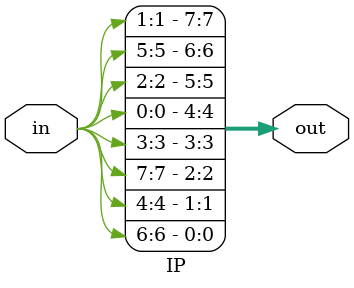
<source format=v>
module IP (in, out);
input [0:7] in;
output [0:7] out;

assign out = {in[2-1], in[6-1], in[3-1], in[1-1], in[4-1], in[8-1], in[5-1], in[7-1]}; 
endmodule
</source>
